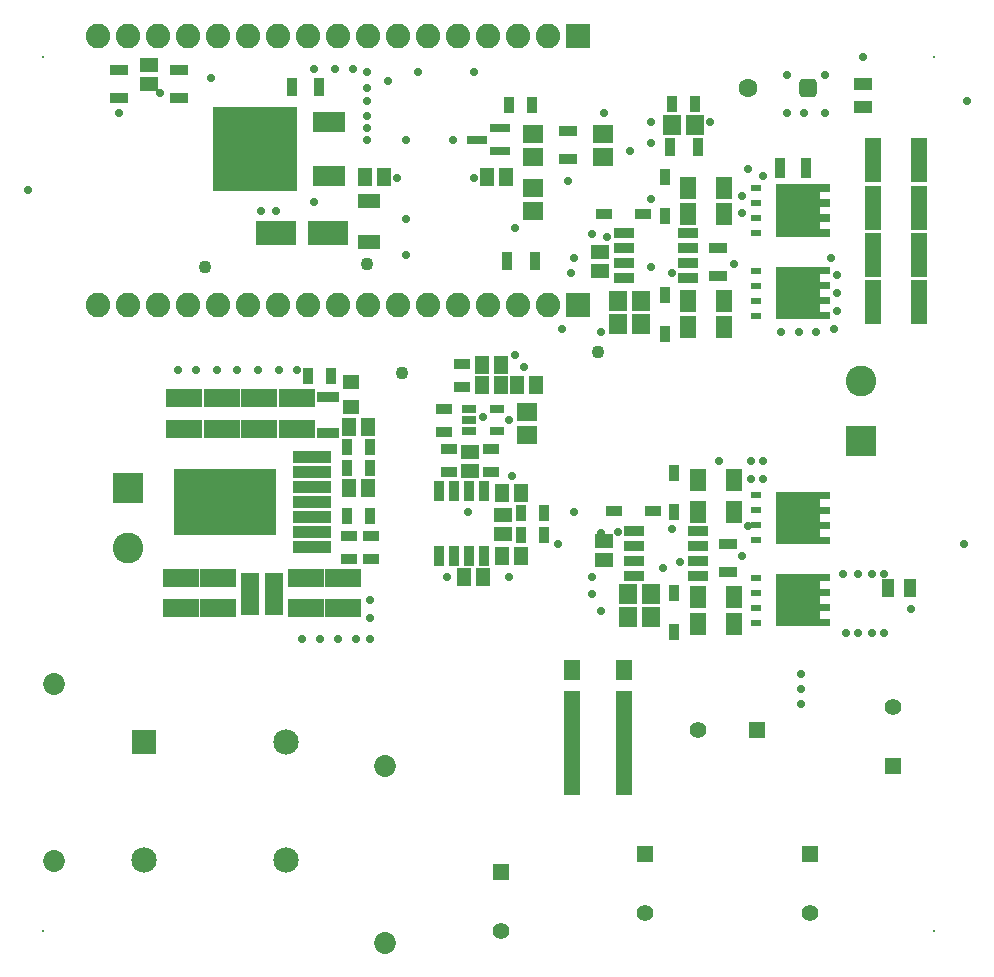
<source format=gts>
G04*
G04 #@! TF.GenerationSoftware,Altium Limited,Altium Designer,20.1.12 (249)*
G04*
G04 Layer_Color=8388736*
%FSLAX44Y44*%
%MOMM*%
G71*
G04*
G04 #@! TF.SameCoordinates,85B36F8B-E135-4E31-A215-2F58F684B550*
G04*
G04*
G04 #@! TF.FilePolarity,Negative*
G04*
G01*
G75*
%ADD22R,0.9500X1.4500*%
%ADD23R,1.5562X0.9562*%
%ADD25R,0.9562X1.5562*%
%ADD30R,1.4500X0.9500*%
%ADD43R,1.3561X1.8582*%
%ADD50R,1.4032X1.8032*%
%ADD51R,1.4032X8.9032*%
%ADD52R,1.4532X0.9532*%
%ADD53R,1.5932X1.1632*%
%ADD54R,8.7432X5.5532*%
%ADD55R,3.2632X1.0932*%
%ADD56R,3.0232X1.6332*%
%ADD57R,1.4032X1.3032*%
%ADD58R,1.7532X1.5532*%
%ADD59R,1.9032X1.2032*%
%ADD60R,1.1632X1.5932*%
%ADD61R,3.5032X2.0032*%
%ADD62R,1.3032X0.8032*%
%ADD63R,1.9832X0.9132*%
%ADD64R,1.5032X3.6032*%
%ADD65R,0.8532X1.7282*%
%ADD66R,7.2032X7.2032*%
%ADD67R,2.7032X1.7032*%
%ADD68R,1.5532X1.7532*%
%ADD69R,0.9532X1.4532*%
%ADD70R,1.7282X0.8532*%
%ADD71R,0.8500X0.5000*%
%ADD72R,1.5032X1.1032*%
%ADD73R,0.9532X1.6532*%
%ADD74R,1.4532X3.7232*%
%ADD75R,1.1032X1.5032*%
%ADD76R,1.7032X0.8032*%
%ADD77C,2.0782*%
%ADD78R,2.0782X2.0782*%
%ADD79R,2.6032X2.6032*%
%ADD80C,2.6032*%
%ADD81C,0.2000*%
%ADD82R,1.4032X1.4032*%
%ADD83C,1.4032*%
G04:AMPARAMS|DCode=84|XSize=1.6032mm|YSize=1.6032mm|CornerRadius=0.4516mm|HoleSize=0mm|Usage=FLASHONLY|Rotation=0.000|XOffset=0mm|YOffset=0mm|HoleType=Round|Shape=RoundedRectangle|*
%AMROUNDEDRECTD84*
21,1,1.6032,0.7000,0,0,0.0*
21,1,0.7000,1.6032,0,0,0.0*
1,1,0.9032,0.3500,-0.3500*
1,1,0.9032,-0.3500,-0.3500*
1,1,0.9032,-0.3500,0.3500*
1,1,0.9032,0.3500,0.3500*
%
%ADD84ROUNDEDRECTD84*%
%ADD85C,1.6032*%
%ADD86R,2.1532X2.1532*%
%ADD87C,2.1532*%
%ADD88C,1.8532*%
%ADD89R,1.4032X1.4032*%
%ADD90C,0.7016*%
%ADD91C,1.1016*%
%ADD92C,0.7000*%
%ADD93C,0.8032*%
G36*
X696250Y332050D02*
X650750D01*
Y287950D01*
X696250D01*
Y293950D01*
X688250D01*
Y300650D01*
X696250D01*
Y306650D01*
X688250D01*
Y313350D01*
X696250D01*
Y319350D01*
X688250D01*
Y326050D01*
X696250D01*
Y332050D01*
D02*
G37*
G36*
Y402050D02*
X650750D01*
Y357950D01*
X696250D01*
Y363950D01*
X688250D01*
Y370650D01*
X696250D01*
Y376650D01*
X688250D01*
Y383350D01*
X696250D01*
Y389350D01*
X688250D01*
Y396050D01*
X696250D01*
Y402050D01*
D02*
G37*
G36*
Y592050D02*
X650750D01*
Y547950D01*
X696250D01*
Y553950D01*
X688250D01*
Y560650D01*
X696250D01*
Y566650D01*
X688250D01*
Y573350D01*
X696250D01*
Y579350D01*
X688250D01*
Y586050D01*
X696250D01*
Y592050D01*
D02*
G37*
G36*
Y662050D02*
X650750D01*
Y617950D01*
X696250D01*
Y623950D01*
X688250D01*
Y630650D01*
X696250D01*
Y636650D01*
X688250D01*
Y643350D01*
X696250D01*
Y649350D01*
X688250D01*
Y656050D01*
X696250D01*
Y662050D01*
D02*
G37*
D22*
X444750Y729542D02*
D03*
X425250D02*
D03*
X274568Y500000D02*
D03*
X255068D02*
D03*
X307568Y381000D02*
D03*
X288067D02*
D03*
X435250Y383500D02*
D03*
X454750D02*
D03*
X435250Y365500D02*
D03*
X454750D02*
D03*
X307568Y422000D02*
D03*
X288067D02*
D03*
X307568Y440000D02*
D03*
X288067D02*
D03*
X562750Y730000D02*
D03*
X582250D02*
D03*
D23*
X94926Y758876D02*
D03*
Y735377D02*
D03*
X474616Y706969D02*
D03*
Y683469D02*
D03*
X145073Y758876D02*
D03*
Y735377D02*
D03*
X601666Y608427D02*
D03*
Y584926D02*
D03*
X610000Y357750D02*
D03*
Y334250D02*
D03*
D25*
X240750Y744340D02*
D03*
X264250D02*
D03*
X446750Y597500D02*
D03*
X423250D02*
D03*
X584587Y694000D02*
D03*
X561087D02*
D03*
D30*
X385000Y510250D02*
D03*
Y490750D02*
D03*
X289818Y364750D02*
D03*
Y345250D02*
D03*
X307817Y364750D02*
D03*
Y345250D02*
D03*
X370000Y472250D02*
D03*
Y452750D02*
D03*
X374000Y438250D02*
D03*
Y418750D02*
D03*
X410000Y438250D02*
D03*
Y418750D02*
D03*
D43*
X576405Y658677D02*
D03*
X606927D02*
D03*
X576405Y636676D02*
D03*
X606927D02*
D03*
X576405Y563676D02*
D03*
X606927D02*
D03*
X576405Y541676D02*
D03*
X606927D02*
D03*
X615261Y412000D02*
D03*
X584739D02*
D03*
X615261Y385000D02*
D03*
X584739D02*
D03*
Y312500D02*
D03*
X615261D02*
D03*
X584739Y290000D02*
D03*
X615261D02*
D03*
D50*
X478000Y251250D02*
D03*
X522000D02*
D03*
D51*
Y188750D02*
D03*
X478000D02*
D03*
D52*
X505166Y636676D02*
D03*
X538166D02*
D03*
X513500Y386000D02*
D03*
X546500D02*
D03*
D53*
X120000Y763100D02*
D03*
Y746900D02*
D03*
X392000Y419400D02*
D03*
Y435600D02*
D03*
X420000Y382600D02*
D03*
Y366400D02*
D03*
X501666Y604776D02*
D03*
Y588576D02*
D03*
X505000Y360100D02*
D03*
Y343900D02*
D03*
D54*
X184767Y393000D02*
D03*
D55*
X257817Y431100D02*
D03*
Y418400D02*
D03*
Y405700D02*
D03*
Y393000D02*
D03*
Y380300D02*
D03*
Y367600D02*
D03*
Y354900D02*
D03*
D56*
X150000Y455100D02*
D03*
Y480900D02*
D03*
X182000Y455100D02*
D03*
Y480900D02*
D03*
X213500Y455100D02*
D03*
Y480900D02*
D03*
X147000Y303100D02*
D03*
Y328900D02*
D03*
X178818Y303100D02*
D03*
Y328900D02*
D03*
X252817D02*
D03*
Y303100D02*
D03*
X284100Y328900D02*
D03*
Y303100D02*
D03*
X245000Y455100D02*
D03*
Y480900D02*
D03*
D57*
X290818Y473500D02*
D03*
Y494500D02*
D03*
D58*
X440443Y449707D02*
D03*
Y469207D02*
D03*
X445042Y639207D02*
D03*
Y658708D02*
D03*
Y685250D02*
D03*
Y704750D02*
D03*
X504190Y685250D02*
D03*
Y704750D02*
D03*
D59*
X306766Y612993D02*
D03*
Y647992D02*
D03*
D60*
X302656Y667992D02*
D03*
X318856D02*
D03*
X418100Y509500D02*
D03*
X401900D02*
D03*
Y492500D02*
D03*
X418100D02*
D03*
X435100Y400500D02*
D03*
X418900D02*
D03*
X403100Y329500D02*
D03*
X386900D02*
D03*
X435100Y347500D02*
D03*
X418900D02*
D03*
X448100Y492500D02*
D03*
X431900D02*
D03*
X305917Y405000D02*
D03*
X289718D02*
D03*
X305917Y456500D02*
D03*
X289718D02*
D03*
X406500Y668207D02*
D03*
X422700D02*
D03*
D61*
X271814Y620691D02*
D03*
X227814D02*
D03*
D62*
X415000Y472000D02*
D03*
Y453000D02*
D03*
X391000D02*
D03*
Y462500D02*
D03*
Y472000D02*
D03*
D63*
X271817Y482400D02*
D03*
Y451600D02*
D03*
D64*
X205317Y315000D02*
D03*
X226318D02*
D03*
D65*
X404050Y402120D02*
D03*
X391350D02*
D03*
X378650D02*
D03*
X365950D02*
D03*
Y347880D02*
D03*
X378650D02*
D03*
X391350D02*
D03*
X404050D02*
D03*
D66*
X210000Y692000D02*
D03*
D67*
X272500Y715000D02*
D03*
Y669000D02*
D03*
D68*
X562750Y712390D02*
D03*
X582250D02*
D03*
X516916Y563676D02*
D03*
X536416D02*
D03*
X516916Y543676D02*
D03*
X536416D02*
D03*
X525250Y296000D02*
D03*
X544750D02*
D03*
X525250Y315000D02*
D03*
X544750D02*
D03*
D69*
X556666Y668176D02*
D03*
Y635177D02*
D03*
Y535177D02*
D03*
Y568176D02*
D03*
X565000Y283500D02*
D03*
Y316500D02*
D03*
Y417500D02*
D03*
Y384500D02*
D03*
D70*
X522546Y620726D02*
D03*
Y608026D02*
D03*
Y595326D02*
D03*
Y582626D02*
D03*
X576786D02*
D03*
Y595326D02*
D03*
Y608026D02*
D03*
Y620726D02*
D03*
X530880Y369050D02*
D03*
Y356350D02*
D03*
Y343650D02*
D03*
Y330950D02*
D03*
X585120D02*
D03*
Y343650D02*
D03*
Y356350D02*
D03*
Y369050D02*
D03*
D71*
X634000Y290950D02*
D03*
Y303650D02*
D03*
Y316350D02*
D03*
Y329050D02*
D03*
Y550950D02*
D03*
Y563650D02*
D03*
Y576350D02*
D03*
Y589050D02*
D03*
Y360950D02*
D03*
Y373650D02*
D03*
Y386350D02*
D03*
Y399050D02*
D03*
Y620950D02*
D03*
Y633650D02*
D03*
Y646350D02*
D03*
Y659050D02*
D03*
D72*
X725000Y728000D02*
D03*
Y747000D02*
D03*
D73*
X654000Y676243D02*
D03*
X676000D02*
D03*
D74*
X732700Y682500D02*
D03*
X772300D02*
D03*
X732700Y642500D02*
D03*
X772300D02*
D03*
X732700Y602500D02*
D03*
X772300D02*
D03*
X732700Y562500D02*
D03*
X772300D02*
D03*
D75*
X745500Y320000D02*
D03*
X764500D02*
D03*
D76*
X398000Y700000D02*
D03*
X417000Y709500D02*
D03*
Y690500D02*
D03*
D77*
X76600Y788000D02*
D03*
X102000D02*
D03*
X127400D02*
D03*
X152800D02*
D03*
X178200D02*
D03*
X203600D02*
D03*
X229000D02*
D03*
X254400D02*
D03*
X279800D02*
D03*
X305200D02*
D03*
X330600D02*
D03*
X356000D02*
D03*
X381400D02*
D03*
X406800D02*
D03*
X432200D02*
D03*
X457600D02*
D03*
X76600Y560000D02*
D03*
X102000D02*
D03*
X127400D02*
D03*
X152800D02*
D03*
X178200D02*
D03*
X203600D02*
D03*
X229000D02*
D03*
X254400D02*
D03*
X279800D02*
D03*
X305200D02*
D03*
X330600D02*
D03*
X356000D02*
D03*
X381400D02*
D03*
X406800D02*
D03*
X432200D02*
D03*
X457600D02*
D03*
D78*
X483000Y788000D02*
D03*
Y560000D02*
D03*
D79*
X723043Y444600D02*
D03*
X102500Y405400D02*
D03*
D80*
X723043Y495400D02*
D03*
X102500Y354600D02*
D03*
D81*
X30000Y770000D02*
D03*
Y30000D02*
D03*
X785000Y770000D02*
D03*
Y30000D02*
D03*
D82*
X635000Y200000D02*
D03*
D83*
X585000D02*
D03*
X680000Y45000D02*
D03*
X540000D02*
D03*
X418000Y30000D02*
D03*
X750000Y220000D02*
D03*
D84*
X677661Y743785D02*
D03*
D85*
X627661D02*
D03*
D86*
X116000Y190000D02*
D03*
D87*
Y90000D02*
D03*
X236000D02*
D03*
Y190000D02*
D03*
D88*
X40000Y239042D02*
D03*
Y89043D02*
D03*
X320000Y170000D02*
D03*
Y20000D02*
D03*
D89*
X680000Y95000D02*
D03*
X540000D02*
D03*
X418000Y80000D02*
D03*
X750000Y170000D02*
D03*
D90*
X810000Y357500D02*
D03*
X812500Y732500D02*
D03*
X17500Y657500D02*
D03*
X337500Y602500D02*
D03*
Y632500D02*
D03*
Y700000D02*
D03*
X507499Y617499D02*
D03*
X545000Y592500D02*
D03*
Y650000D02*
D03*
X466012Y357500D02*
D03*
X615000Y595000D02*
D03*
X622500Y347500D02*
D03*
X555000Y337500D02*
D03*
X425000Y462500D02*
D03*
Y330000D02*
D03*
X640000Y427500D02*
D03*
X630000D02*
D03*
X545000Y697500D02*
D03*
Y715000D02*
D03*
X395000Y667500D02*
D03*
X765000Y302500D02*
D03*
X480000Y385000D02*
D03*
X725000Y770000D02*
D03*
X562500Y587500D02*
D03*
X502500Y537500D02*
D03*
X227500Y640000D02*
D03*
X215000D02*
D03*
X172500Y752500D02*
D03*
X347500Y757500D02*
D03*
X395000D02*
D03*
X470000Y540000D02*
D03*
X477500Y587500D02*
D03*
X305000Y743700D02*
D03*
X322500Y749970D02*
D03*
X505000Y722500D02*
D03*
X95000D02*
D03*
X129581Y739278D02*
D03*
X222500Y677500D02*
D03*
X200000D02*
D03*
X222500Y705000D02*
D03*
X200000D02*
D03*
X232500Y667500D02*
D03*
X210000D02*
D03*
X190000D02*
D03*
X232500Y690000D02*
D03*
X210000D02*
D03*
X190000D02*
D03*
X232500Y717500D02*
D03*
X210000D02*
D03*
X190000D02*
D03*
X260000Y647500D02*
D03*
X307500Y277500D02*
D03*
X295000D02*
D03*
X280000D02*
D03*
X265000D02*
D03*
X250000D02*
D03*
X307500Y295000D02*
D03*
Y310000D02*
D03*
X602500Y427500D02*
D03*
X562500Y370000D02*
D03*
X570000Y342500D02*
D03*
X502500Y301063D02*
D03*
X495000Y330000D02*
D03*
Y315000D02*
D03*
X427230Y415270D02*
D03*
X430000Y517500D02*
D03*
X437500Y507500D02*
D03*
X372750Y329750D02*
D03*
X502515Y367197D02*
D03*
X517500Y367500D02*
D03*
X390000Y385000D02*
D03*
X430000Y625000D02*
D03*
X475000Y665000D02*
D03*
X377500Y700000D02*
D03*
X480000Y600000D02*
D03*
X495000Y620000D02*
D03*
X305000Y757500D02*
D03*
Y732500D02*
D03*
X330000Y667500D02*
D03*
X292500Y760000D02*
D03*
X277500D02*
D03*
X260000D02*
D03*
X305000Y700000D02*
D03*
Y710000D02*
D03*
Y720000D02*
D03*
X245000Y505000D02*
D03*
X230000D02*
D03*
X212500D02*
D03*
X195000D02*
D03*
X177500D02*
D03*
X160000D02*
D03*
X145000D02*
D03*
X402500Y465000D02*
D03*
X527500Y690000D02*
D03*
X595000Y715000D02*
D03*
X640000Y669433D02*
D03*
X627500Y372500D02*
D03*
X640000Y412500D02*
D03*
X630000D02*
D03*
X622500Y637500D02*
D03*
Y652500D02*
D03*
X627500Y675000D02*
D03*
X742500Y332500D02*
D03*
X732500D02*
D03*
X720000D02*
D03*
X707500D02*
D03*
X742500Y282500D02*
D03*
X732500D02*
D03*
X720000D02*
D03*
X710000D02*
D03*
X692500Y755000D02*
D03*
X660000D02*
D03*
X692500Y722500D02*
D03*
X675000D02*
D03*
X660000D02*
D03*
X672500Y222500D02*
D03*
Y235000D02*
D03*
Y247500D02*
D03*
X702500Y585000D02*
D03*
Y570000D02*
D03*
Y555000D02*
D03*
X655000Y537500D02*
D03*
X670000D02*
D03*
X685000D02*
D03*
X700000Y540000D02*
D03*
X697500Y600000D02*
D03*
X655000Y310000D02*
D03*
Y292000D02*
D03*
X664000D02*
D03*
X673000D02*
D03*
X682000D02*
D03*
Y301000D02*
D03*
X673000D02*
D03*
X664000D02*
D03*
Y310000D02*
D03*
X673000D02*
D03*
X682000D02*
D03*
Y319000D02*
D03*
X673000D02*
D03*
X664000D02*
D03*
Y328000D02*
D03*
X673000D02*
D03*
X682000D02*
D03*
X655000Y301000D02*
D03*
Y570000D02*
D03*
Y552000D02*
D03*
X664000D02*
D03*
X673000D02*
D03*
X682000D02*
D03*
Y561000D02*
D03*
X673000D02*
D03*
X664000D02*
D03*
Y570000D02*
D03*
X673000D02*
D03*
X682000D02*
D03*
Y579000D02*
D03*
X673000D02*
D03*
X664000D02*
D03*
Y588000D02*
D03*
X673000D02*
D03*
X682000D02*
D03*
X655000Y561000D02*
D03*
Y380000D02*
D03*
Y362000D02*
D03*
X664000D02*
D03*
X673000D02*
D03*
X682000D02*
D03*
Y371000D02*
D03*
X673000D02*
D03*
X664000D02*
D03*
Y380000D02*
D03*
X673000D02*
D03*
X682000D02*
D03*
Y389000D02*
D03*
X673000D02*
D03*
X664000D02*
D03*
Y398000D02*
D03*
X673000D02*
D03*
X682000D02*
D03*
X655000Y371000D02*
D03*
Y640000D02*
D03*
Y622000D02*
D03*
X664000D02*
D03*
X673000D02*
D03*
X682000D02*
D03*
Y631000D02*
D03*
X673000D02*
D03*
X664000D02*
D03*
Y640000D02*
D03*
X673000D02*
D03*
X682000D02*
D03*
Y649000D02*
D03*
X673000D02*
D03*
X664000D02*
D03*
Y658000D02*
D03*
X673000D02*
D03*
X682000D02*
D03*
X655000Y631000D02*
D03*
D91*
X334598Y502098D02*
D03*
X305000Y595000D02*
D03*
X167500Y592500D02*
D03*
X500000Y520000D02*
D03*
D92*
X655000Y328000D02*
D03*
Y588000D02*
D03*
Y398000D02*
D03*
Y658000D02*
D03*
D93*
Y319000D02*
D03*
Y579000D02*
D03*
Y389000D02*
D03*
Y649000D02*
D03*
M02*

</source>
